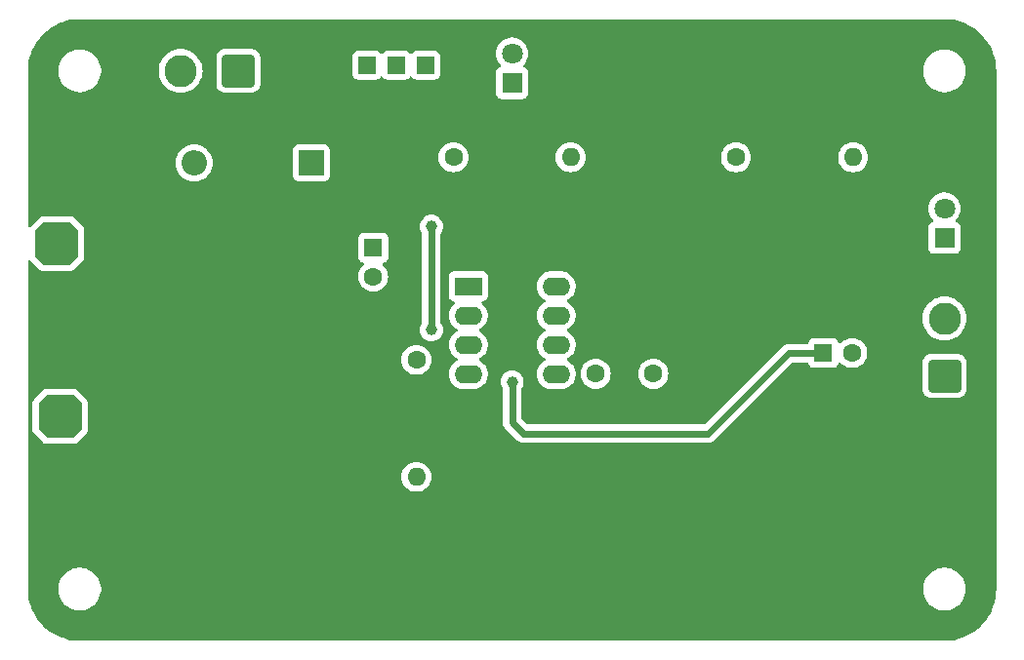
<source format=gbr>
%TF.GenerationSoftware,KiCad,Pcbnew,8.0.8*%
%TF.CreationDate,2025-04-28T20:29:37-04:00*%
%TF.ProjectId,udpudu,75647075-6475-42e6-9b69-6361645f7063,rev?*%
%TF.SameCoordinates,Original*%
%TF.FileFunction,Copper,L1,Top*%
%TF.FilePolarity,Positive*%
%FSLAX46Y46*%
G04 Gerber Fmt 4.6, Leading zero omitted, Abs format (unit mm)*
G04 Created by KiCad (PCBNEW 8.0.8) date 2025-04-28 20:29:37*
%MOMM*%
%LPD*%
G01*
G04 APERTURE LIST*
G04 Aperture macros list*
%AMRoundRect*
0 Rectangle with rounded corners*
0 $1 Rounding radius*
0 $2 $3 $4 $5 $6 $7 $8 $9 X,Y pos of 4 corners*
0 Add a 4 corners polygon primitive as box body*
4,1,4,$2,$3,$4,$5,$6,$7,$8,$9,$2,$3,0*
0 Add four circle primitives for the rounded corners*
1,1,$1+$1,$2,$3*
1,1,$1+$1,$4,$5*
1,1,$1+$1,$6,$7*
1,1,$1+$1,$8,$9*
0 Add four rect primitives between the rounded corners*
20,1,$1+$1,$2,$3,$4,$5,0*
20,1,$1+$1,$4,$5,$6,$7,0*
20,1,$1+$1,$6,$7,$8,$9,0*
20,1,$1+$1,$8,$9,$2,$3,0*%
%AMOutline5P*
0 Free polygon, 5 corners , with rotation*
0 The origin of the aperture is its center*
0 number of corners: always 5*
0 $1 to $10 corner X, Y*
0 $11 Rotation angle, in degrees counterclockwise*
0 create outline with 5 corners*
4,1,5,$1,$2,$3,$4,$5,$6,$7,$8,$9,$10,$1,$2,$11*%
%AMOutline6P*
0 Free polygon, 6 corners , with rotation*
0 The origin of the aperture is its center*
0 number of corners: always 6*
0 $1 to $12 corner X, Y*
0 $13 Rotation angle, in degrees counterclockwise*
0 create outline with 6 corners*
4,1,6,$1,$2,$3,$4,$5,$6,$7,$8,$9,$10,$11,$12,$1,$2,$13*%
%AMOutline7P*
0 Free polygon, 7 corners , with rotation*
0 The origin of the aperture is its center*
0 number of corners: always 7*
0 $1 to $14 corner X, Y*
0 $15 Rotation angle, in degrees counterclockwise*
0 create outline with 7 corners*
4,1,7,$1,$2,$3,$4,$5,$6,$7,$8,$9,$10,$11,$12,$13,$14,$1,$2,$15*%
%AMOutline8P*
0 Free polygon, 8 corners , with rotation*
0 The origin of the aperture is its center*
0 number of corners: always 8*
0 $1 to $16 corner X, Y*
0 $17 Rotation angle, in degrees counterclockwise*
0 create outline with 8 corners*
4,1,8,$1,$2,$3,$4,$5,$6,$7,$8,$9,$10,$11,$12,$13,$14,$15,$16,$1,$2,$17*%
G04 Aperture macros list end*
%TA.AperFunction,ComponentPad*%
%ADD10R,1.800000X1.800000*%
%TD*%
%TA.AperFunction,ComponentPad*%
%ADD11C,1.800000*%
%TD*%
%TA.AperFunction,ComponentPad*%
%ADD12Outline8P,-1.900000X1.140000X-1.140000X1.900000X1.140000X1.900000X1.900000X1.140000X1.900000X-1.140000X1.140000X-1.900000X-1.140000X-1.900000X-1.900000X-1.140000X0.000000*%
%TD*%
%TA.AperFunction,ComponentPad*%
%ADD13RoundRect,0.250001X1.149999X-1.149999X1.149999X1.149999X-1.149999X1.149999X-1.149999X-1.149999X0*%
%TD*%
%TA.AperFunction,ComponentPad*%
%ADD14C,2.800000*%
%TD*%
%TA.AperFunction,ComponentPad*%
%ADD15R,2.200000X2.200000*%
%TD*%
%TA.AperFunction,ComponentPad*%
%ADD16O,2.200000X2.200000*%
%TD*%
%TA.AperFunction,ComponentPad*%
%ADD17R,2.400000X1.600000*%
%TD*%
%TA.AperFunction,ComponentPad*%
%ADD18O,2.400000X1.600000*%
%TD*%
%TA.AperFunction,ComponentPad*%
%ADD19R,1.600000X1.600000*%
%TD*%
%TA.AperFunction,ComponentPad*%
%ADD20C,1.600000*%
%TD*%
%TA.AperFunction,ComponentPad*%
%ADD21R,1.500000X1.500000*%
%TD*%
%TA.AperFunction,ComponentPad*%
%ADD22O,1.600000X1.600000*%
%TD*%
%TA.AperFunction,ComponentPad*%
%ADD23RoundRect,0.250001X1.149999X1.149999X-1.149999X1.149999X-1.149999X-1.149999X1.149999X-1.149999X0*%
%TD*%
%TA.AperFunction,ViaPad*%
%ADD24C,1.000000*%
%TD*%
%TA.AperFunction,Conductor*%
%ADD25C,0.600000*%
%TD*%
G04 APERTURE END LIST*
D10*
%TO.P,D2,1,K*%
%TO.N,GND*%
X130000000Y-69500000D03*
D11*
%TO.P,D2,2,A*%
%TO.N,Net-(D2-A)*%
X130000000Y-66960000D03*
%TD*%
D12*
%TO.P,J3,1,Pin_1*%
%TO.N,Net-(J3-Pin_1)*%
X53310000Y-85000000D03*
%TD*%
%TO.P,J1,1,Pin_1*%
%TO.N,Net-(J1-Pin_1)*%
X53000000Y-70000000D03*
%TD*%
D13*
%TO.P,LS1,1,1*%
%TO.N,Net-(C5-Pad2)*%
X130000000Y-81500000D03*
D14*
%TO.P,LS1,2,2*%
%TO.N,GND*%
X130000000Y-76500000D03*
%TD*%
D10*
%TO.P,D3,1,K*%
%TO.N,GND*%
X92500000Y-56040000D03*
D11*
%TO.P,D3,2,A*%
%TO.N,Net-(D3-A)*%
X92500000Y-53500000D03*
%TD*%
D15*
%TO.P,D1,1,K*%
%TO.N,Net-(D1-K)*%
X75080000Y-63000000D03*
D16*
%TO.P,D1,2,A*%
%TO.N,+9V*%
X64920000Y-63000000D03*
%TD*%
D17*
%TO.P,U1,1,GND*%
%TO.N,GND*%
X88700000Y-73700000D03*
D18*
%TO.P,U1,2,TR*%
%TO.N,Net-(J1-Pin_1)*%
X88700000Y-76240000D03*
%TO.P,U1,3,Q*%
%TO.N,Net-(U1-Q)*%
X88700000Y-78780000D03*
%TO.P,U1,4,R*%
%TO.N,VCC*%
X88700000Y-81320000D03*
%TO.P,U1,5,CV*%
%TO.N,Net-(U1-CV)*%
X96320000Y-81320000D03*
%TO.P,U1,6,THR*%
%TO.N,Net-(J1-Pin_1)*%
X96320000Y-78780000D03*
%TO.P,U1,7,DIS*%
%TO.N,Net-(J3-Pin_1)*%
X96320000Y-76240000D03*
%TO.P,U1,8,VCC*%
%TO.N,VCC*%
X96320000Y-73700000D03*
%TD*%
D19*
%TO.P,C4,1*%
%TO.N,Net-(J1-Pin_1)*%
X80450000Y-70350000D03*
D20*
%TO.P,C4,2*%
%TO.N,GND*%
X80450000Y-72850000D03*
%TD*%
D21*
%TO.P,SW1,1,A*%
%TO.N,unconnected-(SW1-A-Pad1)*%
X79920000Y-54500000D03*
%TO.P,SW1,2,B*%
%TO.N,Net-(D1-K)*%
X82460000Y-54500000D03*
%TO.P,SW1,3,C*%
%TO.N,VCC*%
X85000000Y-54500000D03*
%TD*%
D20*
%TO.P,R2,1*%
%TO.N,VCC*%
X84200000Y-80095000D03*
D22*
%TO.P,R2,2*%
%TO.N,Net-(J3-Pin_1)*%
X84200000Y-90255000D03*
%TD*%
D23*
%TO.P,J2,1,Pin_1*%
%TO.N,GND*%
X68750000Y-55000000D03*
D14*
%TO.P,J2,2,Pin_2*%
%TO.N,+9V*%
X63750000Y-55000000D03*
%TD*%
D20*
%TO.P,R4,1*%
%TO.N,VCC*%
X87420000Y-62500000D03*
D22*
%TO.P,R4,2*%
%TO.N,Net-(D3-A)*%
X97580000Y-62500000D03*
%TD*%
D20*
%TO.P,C3,1*%
%TO.N,Net-(U1-CV)*%
X99750000Y-81300000D03*
%TO.P,C3,2*%
%TO.N,GND*%
X104750000Y-81300000D03*
%TD*%
D19*
%TO.P,C5,1*%
%TO.N,Net-(U1-Q)*%
X119500000Y-79500000D03*
D20*
%TO.P,C5,2*%
%TO.N,Net-(C5-Pad2)*%
X122000000Y-79500000D03*
%TD*%
%TO.P,R3,1*%
%TO.N,Net-(U1-Q)*%
X111920000Y-62500000D03*
D22*
%TO.P,R3,2*%
%TO.N,Net-(D2-A)*%
X122080000Y-62500000D03*
%TD*%
D24*
%TO.N,Net-(U1-Q)*%
X92500000Y-82000000D03*
%TO.N,VCC*%
X85500000Y-77500000D03*
X85500000Y-68500000D03*
%TD*%
D25*
%TO.N,Net-(U1-Q)*%
X92500000Y-85500000D02*
X93500000Y-86500000D01*
X116500000Y-79500000D02*
X119500000Y-79500000D01*
X92500000Y-82000000D02*
X92500000Y-85500000D01*
X109500000Y-86500000D02*
X116500000Y-79500000D01*
X93500000Y-86500000D02*
X109500000Y-86500000D01*
%TO.N,VCC*%
X85500000Y-77500000D02*
X85500000Y-68500000D01*
%TD*%
%TA.AperFunction,NonConductor*%
G36*
X130002702Y-50500617D02*
G01*
X130386771Y-50517386D01*
X130397506Y-50518326D01*
X130775971Y-50568152D01*
X130786597Y-50570025D01*
X131159284Y-50652648D01*
X131169710Y-50655442D01*
X131533765Y-50770227D01*
X131543911Y-50773920D01*
X131896578Y-50920000D01*
X131906369Y-50924566D01*
X132244942Y-51100816D01*
X132254310Y-51106224D01*
X132576244Y-51311318D01*
X132585105Y-51317523D01*
X132887930Y-51549889D01*
X132896217Y-51556843D01*
X133177635Y-51814715D01*
X133185284Y-51822364D01*
X133443156Y-52103782D01*
X133450110Y-52112069D01*
X133682476Y-52414894D01*
X133688681Y-52423755D01*
X133893775Y-52745689D01*
X133899183Y-52755057D01*
X134075430Y-53093623D01*
X134080002Y-53103427D01*
X134226075Y-53456078D01*
X134229775Y-53466244D01*
X134344554Y-53830278D01*
X134347354Y-53840727D01*
X134429971Y-54213389D01*
X134431849Y-54224042D01*
X134481671Y-54602473D01*
X134482614Y-54613249D01*
X134499382Y-54997297D01*
X134499500Y-55002706D01*
X134499500Y-99997293D01*
X134499382Y-100002702D01*
X134482614Y-100386750D01*
X134481671Y-100397526D01*
X134431849Y-100775957D01*
X134429971Y-100786610D01*
X134347354Y-101159272D01*
X134344554Y-101169721D01*
X134229775Y-101533755D01*
X134226075Y-101543921D01*
X134080002Y-101896572D01*
X134075430Y-101906376D01*
X133899183Y-102244942D01*
X133893775Y-102254310D01*
X133688681Y-102576244D01*
X133682476Y-102585105D01*
X133450110Y-102887930D01*
X133443156Y-102896217D01*
X133185284Y-103177635D01*
X133177635Y-103185284D01*
X132896217Y-103443156D01*
X132887930Y-103450110D01*
X132585105Y-103682476D01*
X132576244Y-103688681D01*
X132254310Y-103893775D01*
X132244942Y-103899183D01*
X131906376Y-104075430D01*
X131896572Y-104080002D01*
X131543921Y-104226075D01*
X131533755Y-104229775D01*
X131169721Y-104344554D01*
X131159272Y-104347354D01*
X130786610Y-104429971D01*
X130775957Y-104431849D01*
X130397526Y-104481671D01*
X130386750Y-104482614D01*
X130002703Y-104499382D01*
X129997294Y-104499500D01*
X55002706Y-104499500D01*
X54997297Y-104499382D01*
X54613249Y-104482614D01*
X54602473Y-104481671D01*
X54224042Y-104431849D01*
X54213389Y-104429971D01*
X53840727Y-104347354D01*
X53830278Y-104344554D01*
X53466244Y-104229775D01*
X53456078Y-104226075D01*
X53103427Y-104080002D01*
X53093623Y-104075430D01*
X52755057Y-103899183D01*
X52745689Y-103893775D01*
X52423755Y-103688681D01*
X52414894Y-103682476D01*
X52112069Y-103450110D01*
X52103782Y-103443156D01*
X51822364Y-103185284D01*
X51814715Y-103177635D01*
X51556843Y-102896217D01*
X51549889Y-102887930D01*
X51317523Y-102585105D01*
X51311318Y-102576244D01*
X51106224Y-102254310D01*
X51100816Y-102244942D01*
X50924569Y-101906376D01*
X50919997Y-101896572D01*
X50773920Y-101543911D01*
X50770224Y-101533755D01*
X50655442Y-101169710D01*
X50652648Y-101159284D01*
X50570025Y-100786597D01*
X50568152Y-100775971D01*
X50518326Y-100397506D01*
X50517386Y-100386771D01*
X50500618Y-100002702D01*
X50500500Y-99997293D01*
X50500500Y-99878711D01*
X53149500Y-99878711D01*
X53149500Y-100121288D01*
X53181161Y-100361785D01*
X53243947Y-100596104D01*
X53336773Y-100820205D01*
X53336776Y-100820212D01*
X53458064Y-101030289D01*
X53458066Y-101030292D01*
X53458067Y-101030293D01*
X53605733Y-101222736D01*
X53605739Y-101222743D01*
X53777256Y-101394260D01*
X53777262Y-101394265D01*
X53969711Y-101541936D01*
X54179788Y-101663224D01*
X54403900Y-101756054D01*
X54638211Y-101818838D01*
X54818586Y-101842584D01*
X54878711Y-101850500D01*
X54878712Y-101850500D01*
X55121289Y-101850500D01*
X55169388Y-101844167D01*
X55361789Y-101818838D01*
X55596100Y-101756054D01*
X55820212Y-101663224D01*
X56030289Y-101541936D01*
X56222738Y-101394265D01*
X56394265Y-101222738D01*
X56541936Y-101030289D01*
X56663224Y-100820212D01*
X56756054Y-100596100D01*
X56818838Y-100361789D01*
X56850500Y-100121288D01*
X56850500Y-99878712D01*
X56850500Y-99878711D01*
X128149500Y-99878711D01*
X128149500Y-100121288D01*
X128181161Y-100361785D01*
X128243947Y-100596104D01*
X128336773Y-100820205D01*
X128336776Y-100820212D01*
X128458064Y-101030289D01*
X128458066Y-101030292D01*
X128458067Y-101030293D01*
X128605733Y-101222736D01*
X128605739Y-101222743D01*
X128777256Y-101394260D01*
X128777262Y-101394265D01*
X128969711Y-101541936D01*
X129179788Y-101663224D01*
X129403900Y-101756054D01*
X129638211Y-101818838D01*
X129818586Y-101842584D01*
X129878711Y-101850500D01*
X129878712Y-101850500D01*
X130121289Y-101850500D01*
X130169388Y-101844167D01*
X130361789Y-101818838D01*
X130596100Y-101756054D01*
X130820212Y-101663224D01*
X131030289Y-101541936D01*
X131222738Y-101394265D01*
X131394265Y-101222738D01*
X131541936Y-101030289D01*
X131663224Y-100820212D01*
X131756054Y-100596100D01*
X131818838Y-100361789D01*
X131850500Y-100121288D01*
X131850500Y-99878712D01*
X131818838Y-99638211D01*
X131756054Y-99403900D01*
X131663224Y-99179788D01*
X131541936Y-98969711D01*
X131394265Y-98777262D01*
X131394260Y-98777256D01*
X131222743Y-98605739D01*
X131222736Y-98605733D01*
X131030293Y-98458067D01*
X131030292Y-98458066D01*
X131030289Y-98458064D01*
X130820212Y-98336776D01*
X130820205Y-98336773D01*
X130596104Y-98243947D01*
X130361785Y-98181161D01*
X130121289Y-98149500D01*
X130121288Y-98149500D01*
X129878712Y-98149500D01*
X129878711Y-98149500D01*
X129638214Y-98181161D01*
X129403895Y-98243947D01*
X129179794Y-98336773D01*
X129179785Y-98336777D01*
X128969706Y-98458067D01*
X128777263Y-98605733D01*
X128777256Y-98605739D01*
X128605739Y-98777256D01*
X128605733Y-98777263D01*
X128458067Y-98969706D01*
X128336777Y-99179785D01*
X128336773Y-99179794D01*
X128243947Y-99403895D01*
X128181161Y-99638214D01*
X128149500Y-99878711D01*
X56850500Y-99878711D01*
X56818838Y-99638211D01*
X56756054Y-99403900D01*
X56663224Y-99179788D01*
X56541936Y-98969711D01*
X56394265Y-98777262D01*
X56394260Y-98777256D01*
X56222743Y-98605739D01*
X56222736Y-98605733D01*
X56030293Y-98458067D01*
X56030292Y-98458066D01*
X56030289Y-98458064D01*
X55820212Y-98336776D01*
X55820205Y-98336773D01*
X55596104Y-98243947D01*
X55361785Y-98181161D01*
X55121289Y-98149500D01*
X55121288Y-98149500D01*
X54878712Y-98149500D01*
X54878711Y-98149500D01*
X54638214Y-98181161D01*
X54403895Y-98243947D01*
X54179794Y-98336773D01*
X54179785Y-98336777D01*
X53969706Y-98458067D01*
X53777263Y-98605733D01*
X53777256Y-98605739D01*
X53605739Y-98777256D01*
X53605733Y-98777263D01*
X53458067Y-98969706D01*
X53336777Y-99179785D01*
X53336773Y-99179794D01*
X53243947Y-99403895D01*
X53181161Y-99638214D01*
X53149500Y-99878711D01*
X50500500Y-99878711D01*
X50500500Y-90254998D01*
X82894532Y-90254998D01*
X82894532Y-90255001D01*
X82914364Y-90481686D01*
X82914366Y-90481697D01*
X82973258Y-90701488D01*
X82973261Y-90701497D01*
X83069431Y-90907732D01*
X83069432Y-90907734D01*
X83199954Y-91094141D01*
X83360858Y-91255045D01*
X83360861Y-91255047D01*
X83547266Y-91385568D01*
X83753504Y-91481739D01*
X83973308Y-91540635D01*
X84135230Y-91554801D01*
X84199998Y-91560468D01*
X84200000Y-91560468D01*
X84200002Y-91560468D01*
X84256673Y-91555509D01*
X84426692Y-91540635D01*
X84646496Y-91481739D01*
X84852734Y-91385568D01*
X85039139Y-91255047D01*
X85200047Y-91094139D01*
X85330568Y-90907734D01*
X85426739Y-90701496D01*
X85485635Y-90481692D01*
X85505468Y-90255000D01*
X85485635Y-90028308D01*
X85426739Y-89808504D01*
X85330568Y-89602266D01*
X85200047Y-89415861D01*
X85200045Y-89415858D01*
X85039141Y-89254954D01*
X84852734Y-89124432D01*
X84852732Y-89124431D01*
X84646497Y-89028261D01*
X84646488Y-89028258D01*
X84426697Y-88969366D01*
X84426693Y-88969365D01*
X84426692Y-88969365D01*
X84426691Y-88969364D01*
X84426686Y-88969364D01*
X84200002Y-88949532D01*
X84199998Y-88949532D01*
X83973313Y-88969364D01*
X83973302Y-88969366D01*
X83753511Y-89028258D01*
X83753502Y-89028261D01*
X83547267Y-89124431D01*
X83547265Y-89124432D01*
X83360858Y-89254954D01*
X83199954Y-89415858D01*
X83069432Y-89602265D01*
X83069431Y-89602267D01*
X82973261Y-89808502D01*
X82973258Y-89808511D01*
X82914366Y-90028302D01*
X82914364Y-90028313D01*
X82894532Y-90254998D01*
X50500500Y-90254998D01*
X50500500Y-83819019D01*
X50909500Y-83819019D01*
X50909500Y-86180970D01*
X50920060Y-86265049D01*
X50975136Y-86398015D01*
X50975137Y-86398016D01*
X51027121Y-86464935D01*
X51027127Y-86464941D01*
X51845067Y-87282882D01*
X51845077Y-87282891D01*
X51911982Y-87334863D01*
X51911983Y-87334863D01*
X51911984Y-87334864D01*
X52044950Y-87389940D01*
X52129023Y-87400500D01*
X54490975Y-87400499D01*
X54575050Y-87389940D01*
X54708016Y-87334863D01*
X54774935Y-87282879D01*
X55592884Y-86464931D01*
X55644864Y-86398016D01*
X55699940Y-86265050D01*
X55710500Y-86180977D01*
X55710499Y-83819025D01*
X55699940Y-83734950D01*
X55644863Y-83601984D01*
X55592879Y-83535065D01*
X54774931Y-82717116D01*
X54774930Y-82717115D01*
X54774922Y-82717108D01*
X54708017Y-82665136D01*
X54627272Y-82631691D01*
X54575050Y-82610060D01*
X54490977Y-82599500D01*
X52129029Y-82599500D01*
X52044950Y-82610060D01*
X51911984Y-82665136D01*
X51845065Y-82717121D01*
X51845058Y-82717127D01*
X51027117Y-83535067D01*
X51027108Y-83535077D01*
X50975136Y-83601982D01*
X50920060Y-83734950D01*
X50909500Y-83819019D01*
X50500500Y-83819019D01*
X50500500Y-80094998D01*
X82894532Y-80094998D01*
X82894532Y-80095001D01*
X82914364Y-80321686D01*
X82914366Y-80321697D01*
X82973258Y-80541488D01*
X82973261Y-80541497D01*
X83069431Y-80747732D01*
X83069432Y-80747734D01*
X83199954Y-80934141D01*
X83360858Y-81095045D01*
X83360861Y-81095047D01*
X83547266Y-81225568D01*
X83753504Y-81321739D01*
X83973308Y-81380635D01*
X84135230Y-81394801D01*
X84199998Y-81400468D01*
X84200000Y-81400468D01*
X84200002Y-81400468D01*
X84256673Y-81395509D01*
X84426692Y-81380635D01*
X84646496Y-81321739D01*
X84852734Y-81225568D01*
X85039139Y-81095047D01*
X85200047Y-80934139D01*
X85330568Y-80747734D01*
X85426739Y-80541496D01*
X85485635Y-80321692D01*
X85503154Y-80121446D01*
X85505468Y-80095001D01*
X85505468Y-80094998D01*
X85495280Y-79978555D01*
X85485635Y-79868308D01*
X85426739Y-79648504D01*
X85330568Y-79442266D01*
X85200047Y-79255861D01*
X85200045Y-79255858D01*
X85039141Y-79094954D01*
X84852734Y-78964432D01*
X84852732Y-78964431D01*
X84646497Y-78868261D01*
X84646488Y-78868258D01*
X84426697Y-78809366D01*
X84426693Y-78809365D01*
X84426692Y-78809365D01*
X84426691Y-78809364D01*
X84426686Y-78809364D01*
X84200002Y-78789532D01*
X84199998Y-78789532D01*
X83973313Y-78809364D01*
X83973302Y-78809366D01*
X83753511Y-78868258D01*
X83753502Y-78868261D01*
X83547267Y-78964431D01*
X83547265Y-78964432D01*
X83360858Y-79094954D01*
X83199954Y-79255858D01*
X83069432Y-79442265D01*
X83069431Y-79442267D01*
X82973261Y-79648502D01*
X82973258Y-79648511D01*
X82914366Y-79868302D01*
X82914364Y-79868313D01*
X82894532Y-80094998D01*
X50500500Y-80094998D01*
X50500500Y-72849998D01*
X79144532Y-72849998D01*
X79144532Y-72850001D01*
X79164364Y-73076686D01*
X79164366Y-73076697D01*
X79223258Y-73296488D01*
X79223261Y-73296497D01*
X79319431Y-73502732D01*
X79319432Y-73502734D01*
X79449954Y-73689141D01*
X79610858Y-73850045D01*
X79610861Y-73850047D01*
X79797266Y-73980568D01*
X80003504Y-74076739D01*
X80223308Y-74135635D01*
X80385230Y-74149801D01*
X80449998Y-74155468D01*
X80450000Y-74155468D01*
X80450002Y-74155468D01*
X80506673Y-74150509D01*
X80676692Y-74135635D01*
X80896496Y-74076739D01*
X81102734Y-73980568D01*
X81289139Y-73850047D01*
X81450047Y-73689139D01*
X81580568Y-73502734D01*
X81676739Y-73296496D01*
X81735635Y-73076692D01*
X81755468Y-72850000D01*
X81735635Y-72623308D01*
X81684246Y-72431522D01*
X81676741Y-72403511D01*
X81676738Y-72403502D01*
X81620496Y-72282891D01*
X81580568Y-72197266D01*
X81450047Y-72010861D01*
X81450045Y-72010858D01*
X81292913Y-71853726D01*
X81259428Y-71792403D01*
X81264412Y-71722711D01*
X81306284Y-71666778D01*
X81352078Y-71645368D01*
X81357480Y-71644091D01*
X81357483Y-71644091D01*
X81492331Y-71593796D01*
X81607546Y-71507546D01*
X81693796Y-71392331D01*
X81744091Y-71257483D01*
X81750500Y-71197873D01*
X81750499Y-69502128D01*
X81744091Y-69442517D01*
X81693796Y-69307669D01*
X81693795Y-69307668D01*
X81693793Y-69307664D01*
X81607547Y-69192455D01*
X81607544Y-69192452D01*
X81492335Y-69106206D01*
X81492328Y-69106202D01*
X81357482Y-69055908D01*
X81357483Y-69055908D01*
X81297883Y-69049501D01*
X81297881Y-69049500D01*
X81297873Y-69049500D01*
X81297864Y-69049500D01*
X79602129Y-69049500D01*
X79602123Y-69049501D01*
X79542516Y-69055908D01*
X79407671Y-69106202D01*
X79407664Y-69106206D01*
X79292455Y-69192452D01*
X79292452Y-69192455D01*
X79206206Y-69307664D01*
X79206202Y-69307671D01*
X79155908Y-69442517D01*
X79149501Y-69502116D01*
X79149501Y-69502123D01*
X79149500Y-69502135D01*
X79149500Y-71197870D01*
X79149501Y-71197876D01*
X79155908Y-71257483D01*
X79206202Y-71392328D01*
X79206206Y-71392335D01*
X79292452Y-71507544D01*
X79292455Y-71507547D01*
X79407664Y-71593793D01*
X79407671Y-71593797D01*
X79460927Y-71613660D01*
X79542517Y-71644091D01*
X79542527Y-71644092D01*
X79547913Y-71645365D01*
X79608631Y-71679935D01*
X79641021Y-71741843D01*
X79634799Y-71811435D01*
X79607088Y-71853725D01*
X79449951Y-72010862D01*
X79319432Y-72197265D01*
X79319431Y-72197267D01*
X79223261Y-72403502D01*
X79223258Y-72403511D01*
X79164366Y-72623302D01*
X79164364Y-72623313D01*
X79144532Y-72849998D01*
X50500500Y-72849998D01*
X50500500Y-71547382D01*
X50520185Y-71480343D01*
X50572989Y-71434588D01*
X50642147Y-71424644D01*
X50705703Y-71453669D01*
X50714343Y-71462232D01*
X50714381Y-71462195D01*
X51535067Y-72282882D01*
X51535077Y-72282891D01*
X51601982Y-72334863D01*
X51601983Y-72334863D01*
X51601984Y-72334864D01*
X51734950Y-72389940D01*
X51819023Y-72400500D01*
X54180975Y-72400499D01*
X54265050Y-72389940D01*
X54398016Y-72334863D01*
X54464935Y-72282879D01*
X55282884Y-71464931D01*
X55334864Y-71398016D01*
X55389940Y-71265050D01*
X55400500Y-71180977D01*
X55400499Y-68819025D01*
X55389940Y-68734950D01*
X55334863Y-68601984D01*
X55282879Y-68535065D01*
X55247814Y-68500000D01*
X84494659Y-68500000D01*
X84513975Y-68696129D01*
X84571187Y-68884730D01*
X84659259Y-69049500D01*
X84664090Y-69058538D01*
X84671350Y-69067385D01*
X84698666Y-69131691D01*
X84699500Y-69146052D01*
X84699500Y-76853946D01*
X84679815Y-76920985D01*
X84671355Y-76932609D01*
X84664090Y-76941461D01*
X84664086Y-76941467D01*
X84571188Y-77115266D01*
X84513975Y-77303870D01*
X84494659Y-77500000D01*
X84513975Y-77696129D01*
X84571188Y-77884733D01*
X84664086Y-78058532D01*
X84664090Y-78058539D01*
X84789116Y-78210883D01*
X84941460Y-78335909D01*
X84941467Y-78335913D01*
X85115266Y-78428811D01*
X85115269Y-78428811D01*
X85115273Y-78428814D01*
X85303868Y-78486024D01*
X85500000Y-78505341D01*
X85696132Y-78486024D01*
X85884727Y-78428814D01*
X86058538Y-78335910D01*
X86210883Y-78210883D01*
X86335910Y-78058538D01*
X86382362Y-77971632D01*
X86428811Y-77884733D01*
X86428811Y-77884732D01*
X86428814Y-77884727D01*
X86486024Y-77696132D01*
X86505341Y-77500000D01*
X86486024Y-77303868D01*
X86428814Y-77115273D01*
X86428811Y-77115269D01*
X86428811Y-77115266D01*
X86335913Y-76941467D01*
X86335909Y-76941461D01*
X86328645Y-76932609D01*
X86301333Y-76868299D01*
X86300500Y-76853946D01*
X86300500Y-72852135D01*
X86999500Y-72852135D01*
X86999500Y-74547870D01*
X86999501Y-74547876D01*
X87005908Y-74607483D01*
X87056202Y-74742328D01*
X87056206Y-74742335D01*
X87142452Y-74857544D01*
X87142455Y-74857547D01*
X87257664Y-74943793D01*
X87257671Y-74943797D01*
X87302618Y-74960561D01*
X87392517Y-74994091D01*
X87429441Y-74998060D01*
X87493989Y-75024796D01*
X87533838Y-75082188D01*
X87536333Y-75152013D01*
X87500681Y-75212102D01*
X87489071Y-75221666D01*
X87452784Y-75248030D01*
X87308028Y-75392786D01*
X87187715Y-75558386D01*
X87094781Y-75740776D01*
X87031522Y-75935465D01*
X86999500Y-76137648D01*
X86999500Y-76342351D01*
X87031522Y-76544534D01*
X87094781Y-76739223D01*
X87187715Y-76921613D01*
X87308028Y-77087213D01*
X87452786Y-77231971D01*
X87607749Y-77344556D01*
X87618390Y-77352287D01*
X87709840Y-77398883D01*
X87711080Y-77399515D01*
X87761876Y-77447490D01*
X87778671Y-77515311D01*
X87756134Y-77581446D01*
X87711080Y-77620485D01*
X87618386Y-77667715D01*
X87452786Y-77788028D01*
X87308028Y-77932786D01*
X87187715Y-78098386D01*
X87094781Y-78280776D01*
X87031522Y-78475465D01*
X86999500Y-78677648D01*
X86999500Y-78882351D01*
X87031522Y-79084534D01*
X87094781Y-79279223D01*
X87158691Y-79404653D01*
X87177857Y-79442267D01*
X87187715Y-79461613D01*
X87308028Y-79627213D01*
X87452786Y-79771971D01*
X87603334Y-79881348D01*
X87618390Y-79892287D01*
X87709840Y-79938883D01*
X87711080Y-79939515D01*
X87761876Y-79987490D01*
X87778671Y-80055311D01*
X87756134Y-80121446D01*
X87711080Y-80160485D01*
X87618386Y-80207715D01*
X87452786Y-80328028D01*
X87308028Y-80472786D01*
X87187715Y-80638386D01*
X87094781Y-80820776D01*
X87031522Y-81015465D01*
X87007983Y-81164090D01*
X86999500Y-81217648D01*
X86999500Y-81422352D01*
X87002527Y-81441462D01*
X87031522Y-81624534D01*
X87094781Y-81819223D01*
X87187715Y-82001613D01*
X87308028Y-82167213D01*
X87452786Y-82311971D01*
X87607749Y-82424556D01*
X87618390Y-82432287D01*
X87734607Y-82491503D01*
X87800776Y-82525218D01*
X87800778Y-82525218D01*
X87800781Y-82525220D01*
X87903323Y-82558538D01*
X87995465Y-82588477D01*
X88078850Y-82601684D01*
X88197648Y-82620500D01*
X88197649Y-82620500D01*
X89202351Y-82620500D01*
X89202352Y-82620500D01*
X89404534Y-82588477D01*
X89599219Y-82525220D01*
X89781610Y-82432287D01*
X89874590Y-82364732D01*
X89947213Y-82311971D01*
X89947215Y-82311968D01*
X89947219Y-82311966D01*
X90091966Y-82167219D01*
X90091968Y-82167215D01*
X90091971Y-82167213D01*
X90144732Y-82094590D01*
X90212287Y-82001610D01*
X90213107Y-82000000D01*
X91494659Y-82000000D01*
X91513975Y-82196129D01*
X91571187Y-82384730D01*
X91647093Y-82526739D01*
X91664090Y-82558538D01*
X91671350Y-82567385D01*
X91698666Y-82631691D01*
X91699500Y-82646052D01*
X91699500Y-85578846D01*
X91730261Y-85733489D01*
X91730264Y-85733501D01*
X91790602Y-85879172D01*
X91790609Y-85879185D01*
X91878210Y-86010288D01*
X91878213Y-86010292D01*
X92989707Y-87121786D01*
X92989711Y-87121789D01*
X93120814Y-87209390D01*
X93120818Y-87209392D01*
X93120821Y-87209394D01*
X93266503Y-87269738D01*
X93421153Y-87300499D01*
X93421157Y-87300500D01*
X93421158Y-87300500D01*
X109578844Y-87300500D01*
X109578845Y-87300499D01*
X109733497Y-87269737D01*
X109879179Y-87209394D01*
X110010289Y-87121789D01*
X116795259Y-80336819D01*
X116856582Y-80303334D01*
X116882940Y-80300500D01*
X118083023Y-80300500D01*
X118150062Y-80320185D01*
X118195817Y-80372989D01*
X118203266Y-80400134D01*
X118204124Y-80399932D01*
X118205907Y-80407479D01*
X118256202Y-80542328D01*
X118256206Y-80542335D01*
X118342452Y-80657544D01*
X118342455Y-80657547D01*
X118457664Y-80743793D01*
X118457671Y-80743797D01*
X118592517Y-80794091D01*
X118592516Y-80794091D01*
X118599444Y-80794835D01*
X118652127Y-80800500D01*
X120347872Y-80800499D01*
X120407483Y-80794091D01*
X120542331Y-80743796D01*
X120657546Y-80657546D01*
X120743796Y-80542331D01*
X120794091Y-80407483D01*
X120794092Y-80407472D01*
X120795365Y-80402088D01*
X120829933Y-80341369D01*
X120891841Y-80308978D01*
X120961433Y-80315199D01*
X121003725Y-80342912D01*
X121160858Y-80500045D01*
X121160861Y-80500047D01*
X121347266Y-80630568D01*
X121553504Y-80726739D01*
X121773308Y-80785635D01*
X121935230Y-80799801D01*
X121999998Y-80805468D01*
X122000000Y-80805468D01*
X122000002Y-80805468D01*
X122056807Y-80800498D01*
X122226692Y-80785635D01*
X122446496Y-80726739D01*
X122652734Y-80630568D01*
X122839139Y-80500047D01*
X123000047Y-80339139D01*
X123027463Y-80299984D01*
X128099500Y-80299984D01*
X128099500Y-82700015D01*
X128110000Y-82802795D01*
X128110001Y-82802796D01*
X128165186Y-82969335D01*
X128165187Y-82969337D01*
X128257286Y-83118651D01*
X128257289Y-83118655D01*
X128381344Y-83242710D01*
X128381348Y-83242713D01*
X128530662Y-83334812D01*
X128530664Y-83334813D01*
X128530666Y-83334814D01*
X128697203Y-83389999D01*
X128799992Y-83400500D01*
X128799997Y-83400500D01*
X131200003Y-83400500D01*
X131200008Y-83400500D01*
X131302797Y-83389999D01*
X131469334Y-83334814D01*
X131618655Y-83242711D01*
X131742711Y-83118655D01*
X131834814Y-82969334D01*
X131889999Y-82802797D01*
X131900500Y-82700008D01*
X131900500Y-80299992D01*
X131889999Y-80197203D01*
X131834814Y-80030666D01*
X131824759Y-80014365D01*
X131742713Y-79881348D01*
X131742710Y-79881344D01*
X131618655Y-79757289D01*
X131618651Y-79757286D01*
X131469337Y-79665187D01*
X131469335Y-79665186D01*
X131354739Y-79627213D01*
X131302797Y-79610001D01*
X131302795Y-79610000D01*
X131200015Y-79599500D01*
X131200008Y-79599500D01*
X128799992Y-79599500D01*
X128799984Y-79599500D01*
X128697204Y-79610000D01*
X128697203Y-79610001D01*
X128530664Y-79665186D01*
X128530662Y-79665187D01*
X128381348Y-79757286D01*
X128381344Y-79757289D01*
X128257289Y-79881344D01*
X128257286Y-79881348D01*
X128165187Y-80030662D01*
X128165186Y-80030664D01*
X128110001Y-80197203D01*
X128110000Y-80197204D01*
X128099500Y-80299984D01*
X123027463Y-80299984D01*
X123130568Y-80152734D01*
X123226739Y-79946496D01*
X123285635Y-79726692D01*
X123305468Y-79500000D01*
X123285635Y-79273308D01*
X123226739Y-79053504D01*
X123130568Y-78847266D01*
X123000047Y-78660861D01*
X123000045Y-78660858D01*
X122839141Y-78499954D01*
X122652734Y-78369432D01*
X122652732Y-78369431D01*
X122446497Y-78273261D01*
X122446488Y-78273258D01*
X122226697Y-78214366D01*
X122226693Y-78214365D01*
X122226692Y-78214365D01*
X122226691Y-78214364D01*
X122226686Y-78214364D01*
X122000002Y-78194532D01*
X121999998Y-78194532D01*
X121773313Y-78214364D01*
X121773302Y-78214366D01*
X121553511Y-78273258D01*
X121553502Y-78273261D01*
X121347267Y-78369431D01*
X121347265Y-78369432D01*
X121160862Y-78499951D01*
X121003726Y-78657087D01*
X120942403Y-78690571D01*
X120872711Y-78685587D01*
X120816778Y-78643715D01*
X120795369Y-78597923D01*
X120794091Y-78592518D01*
X120743797Y-78457671D01*
X120743793Y-78457664D01*
X120657547Y-78342455D01*
X120657544Y-78342452D01*
X120542335Y-78256206D01*
X120542328Y-78256202D01*
X120407482Y-78205908D01*
X120407483Y-78205908D01*
X120347883Y-78199501D01*
X120347881Y-78199500D01*
X120347873Y-78199500D01*
X120347864Y-78199500D01*
X118652129Y-78199500D01*
X118652123Y-78199501D01*
X118592516Y-78205908D01*
X118457671Y-78256202D01*
X118457664Y-78256206D01*
X118342455Y-78342452D01*
X118342452Y-78342455D01*
X118256206Y-78457664D01*
X118256202Y-78457671D01*
X118205908Y-78592517D01*
X118204126Y-78600062D01*
X118201853Y-78599525D01*
X118179571Y-78653312D01*
X118122177Y-78693157D01*
X118083024Y-78699500D01*
X116421155Y-78699500D01*
X116266510Y-78730261D01*
X116266498Y-78730264D01*
X116120827Y-78790602D01*
X116120814Y-78790609D01*
X115989711Y-78878210D01*
X115989707Y-78878213D01*
X109204741Y-85663181D01*
X109143418Y-85696666D01*
X109117060Y-85699500D01*
X93882940Y-85699500D01*
X93815901Y-85679815D01*
X93795259Y-85663181D01*
X93336819Y-85204741D01*
X93303334Y-85143418D01*
X93300500Y-85117060D01*
X93300500Y-82646052D01*
X93320185Y-82579013D01*
X93328643Y-82567392D01*
X93335910Y-82558538D01*
X93428814Y-82384727D01*
X93486024Y-82196132D01*
X93505341Y-82000000D01*
X93486024Y-81803868D01*
X93428814Y-81615273D01*
X93428811Y-81615269D01*
X93428811Y-81615266D01*
X93335913Y-81441467D01*
X93335909Y-81441460D01*
X93210883Y-81289116D01*
X93058539Y-81164090D01*
X93058532Y-81164086D01*
X92884733Y-81071188D01*
X92884727Y-81071186D01*
X92696132Y-81013976D01*
X92696129Y-81013975D01*
X92500000Y-80994659D01*
X92303870Y-81013975D01*
X92115266Y-81071188D01*
X91941467Y-81164086D01*
X91941460Y-81164090D01*
X91789116Y-81289116D01*
X91664090Y-81441460D01*
X91664086Y-81441467D01*
X91571188Y-81615266D01*
X91513975Y-81803870D01*
X91494659Y-82000000D01*
X90213107Y-82000000D01*
X90305220Y-81819219D01*
X90368477Y-81624534D01*
X90400500Y-81422352D01*
X90400500Y-81217648D01*
X90392017Y-81164090D01*
X90368477Y-81015465D01*
X90339127Y-80925137D01*
X90305220Y-80820781D01*
X90305218Y-80820778D01*
X90305218Y-80820776D01*
X90257303Y-80726739D01*
X90212287Y-80638390D01*
X90142497Y-80542331D01*
X90091971Y-80472786D01*
X89947213Y-80328028D01*
X89781614Y-80207715D01*
X89706477Y-80169431D01*
X89688917Y-80160483D01*
X89638123Y-80112511D01*
X89621328Y-80044690D01*
X89643865Y-79978555D01*
X89688917Y-79939516D01*
X89781610Y-79892287D01*
X89814623Y-79868302D01*
X89947213Y-79771971D01*
X89947215Y-79771968D01*
X89947219Y-79771966D01*
X90091966Y-79627219D01*
X90091968Y-79627215D01*
X90091971Y-79627213D01*
X90144732Y-79554590D01*
X90212287Y-79461610D01*
X90305220Y-79279219D01*
X90368477Y-79084534D01*
X90400500Y-78882352D01*
X90400500Y-78677648D01*
X90397243Y-78657087D01*
X90368477Y-78475465D01*
X90323133Y-78335913D01*
X90305220Y-78280781D01*
X90305218Y-78280778D01*
X90305218Y-78280776D01*
X90261274Y-78194532D01*
X90212287Y-78098390D01*
X90183329Y-78058532D01*
X90091971Y-77932786D01*
X89947213Y-77788028D01*
X89781614Y-77667715D01*
X89775006Y-77664348D01*
X89688917Y-77620483D01*
X89638123Y-77572511D01*
X89621328Y-77504690D01*
X89643865Y-77438555D01*
X89688917Y-77399516D01*
X89781610Y-77352287D01*
X89865259Y-77291513D01*
X89947213Y-77231971D01*
X89947215Y-77231968D01*
X89947219Y-77231966D01*
X90091966Y-77087219D01*
X90091968Y-77087215D01*
X90091971Y-77087213D01*
X90197860Y-76941467D01*
X90212287Y-76921610D01*
X90305220Y-76739219D01*
X90368477Y-76544534D01*
X90400500Y-76342352D01*
X90400500Y-76137648D01*
X90368477Y-75935466D01*
X90305220Y-75740781D01*
X90305218Y-75740778D01*
X90305218Y-75740776D01*
X90271503Y-75674607D01*
X90212287Y-75558390D01*
X90204556Y-75547749D01*
X90091971Y-75392786D01*
X89947219Y-75248034D01*
X89910930Y-75221669D01*
X89868264Y-75166339D01*
X89862285Y-75096726D01*
X89894890Y-75034931D01*
X89955728Y-75000573D01*
X89970562Y-74998060D01*
X90007483Y-74994091D01*
X90142328Y-74943797D01*
X90142327Y-74943797D01*
X90142331Y-74943796D01*
X90257546Y-74857546D01*
X90343796Y-74742331D01*
X90394091Y-74607483D01*
X90400500Y-74547873D01*
X90400499Y-73597648D01*
X94619500Y-73597648D01*
X94619500Y-73802351D01*
X94651522Y-74004534D01*
X94714781Y-74199223D01*
X94807715Y-74381613D01*
X94928028Y-74547213D01*
X95072786Y-74691971D01*
X95175823Y-74766830D01*
X95238390Y-74812287D01*
X95327212Y-74857544D01*
X95331080Y-74859515D01*
X95381876Y-74907490D01*
X95398671Y-74975311D01*
X95376134Y-75041446D01*
X95331080Y-75080485D01*
X95238386Y-75127715D01*
X95072786Y-75248028D01*
X94928028Y-75392786D01*
X94807715Y-75558386D01*
X94714781Y-75740776D01*
X94651522Y-75935465D01*
X94619500Y-76137648D01*
X94619500Y-76342351D01*
X94651522Y-76544534D01*
X94714781Y-76739223D01*
X94807715Y-76921613D01*
X94928028Y-77087213D01*
X95072786Y-77231971D01*
X95227749Y-77344556D01*
X95238390Y-77352287D01*
X95329840Y-77398883D01*
X95331080Y-77399515D01*
X95381876Y-77447490D01*
X95398671Y-77515311D01*
X95376134Y-77581446D01*
X95331080Y-77620485D01*
X95238386Y-77667715D01*
X95072786Y-77788028D01*
X94928028Y-77932786D01*
X94807715Y-78098386D01*
X94714781Y-78280776D01*
X94651522Y-78475465D01*
X94619500Y-78677648D01*
X94619500Y-78882351D01*
X94651522Y-79084534D01*
X94714781Y-79279223D01*
X94778691Y-79404653D01*
X94797857Y-79442267D01*
X94807715Y-79461613D01*
X94928028Y-79627213D01*
X95072786Y-79771971D01*
X95223334Y-79881348D01*
X95238390Y-79892287D01*
X95329840Y-79938883D01*
X95331080Y-79939515D01*
X95381876Y-79987490D01*
X95398671Y-80055311D01*
X95376134Y-80121446D01*
X95331080Y-80160485D01*
X95238386Y-80207715D01*
X95072786Y-80328028D01*
X94928028Y-80472786D01*
X94807715Y-80638386D01*
X94714781Y-80820776D01*
X94651522Y-81015465D01*
X94627983Y-81164090D01*
X94619500Y-81217648D01*
X94619500Y-81422352D01*
X94622527Y-81441462D01*
X94651522Y-81624534D01*
X94714781Y-81819223D01*
X94807715Y-82001613D01*
X94928028Y-82167213D01*
X95072786Y-82311971D01*
X95227749Y-82424556D01*
X95238390Y-82432287D01*
X95354607Y-82491503D01*
X95420776Y-82525218D01*
X95420778Y-82525218D01*
X95420781Y-82525220D01*
X95523323Y-82558538D01*
X95615465Y-82588477D01*
X95698850Y-82601684D01*
X95817648Y-82620500D01*
X95817649Y-82620500D01*
X96822351Y-82620500D01*
X96822352Y-82620500D01*
X97024534Y-82588477D01*
X97219219Y-82525220D01*
X97401610Y-82432287D01*
X97494590Y-82364732D01*
X97567213Y-82311971D01*
X97567215Y-82311968D01*
X97567219Y-82311966D01*
X97711966Y-82167219D01*
X97711968Y-82167215D01*
X97711971Y-82167213D01*
X97764732Y-82094590D01*
X97832287Y-82001610D01*
X97925220Y-81819219D01*
X97988477Y-81624534D01*
X98020500Y-81422352D01*
X98020500Y-81299998D01*
X98444532Y-81299998D01*
X98444532Y-81300001D01*
X98464364Y-81526686D01*
X98464366Y-81526697D01*
X98523258Y-81746488D01*
X98523261Y-81746497D01*
X98619431Y-81952732D01*
X98619432Y-81952734D01*
X98749954Y-82139141D01*
X98910858Y-82300045D01*
X98910861Y-82300047D01*
X99097266Y-82430568D01*
X99303504Y-82526739D01*
X99523308Y-82585635D01*
X99681786Y-82599500D01*
X99749998Y-82605468D01*
X99750000Y-82605468D01*
X99750002Y-82605468D01*
X99818214Y-82599500D01*
X99976692Y-82585635D01*
X100196496Y-82526739D01*
X100402734Y-82430568D01*
X100589139Y-82300047D01*
X100750047Y-82139139D01*
X100880568Y-81952734D01*
X100976739Y-81746496D01*
X101035635Y-81526692D01*
X101055468Y-81300000D01*
X101055468Y-81299998D01*
X103444532Y-81299998D01*
X103444532Y-81300001D01*
X103464364Y-81526686D01*
X103464366Y-81526697D01*
X103523258Y-81746488D01*
X103523261Y-81746497D01*
X103619431Y-81952732D01*
X103619432Y-81952734D01*
X103749954Y-82139141D01*
X103910858Y-82300045D01*
X103910861Y-82300047D01*
X104097266Y-82430568D01*
X104303504Y-82526739D01*
X104523308Y-82585635D01*
X104681786Y-82599500D01*
X104749998Y-82605468D01*
X104750000Y-82605468D01*
X104750002Y-82605468D01*
X104818214Y-82599500D01*
X104976692Y-82585635D01*
X105196496Y-82526739D01*
X105402734Y-82430568D01*
X105589139Y-82300047D01*
X105750047Y-82139139D01*
X105880568Y-81952734D01*
X105976739Y-81746496D01*
X106035635Y-81526692D01*
X106055468Y-81300000D01*
X106035635Y-81073308D01*
X105976739Y-80853504D01*
X105880568Y-80647266D01*
X105750047Y-80460861D01*
X105750045Y-80460858D01*
X105589141Y-80299954D01*
X105402734Y-80169432D01*
X105402732Y-80169431D01*
X105196497Y-80073261D01*
X105196488Y-80073258D01*
X104976697Y-80014366D01*
X104976693Y-80014365D01*
X104976692Y-80014365D01*
X104976691Y-80014364D01*
X104976686Y-80014364D01*
X104750002Y-79994532D01*
X104749998Y-79994532D01*
X104523313Y-80014364D01*
X104523302Y-80014366D01*
X104303511Y-80073258D01*
X104303502Y-80073261D01*
X104097267Y-80169431D01*
X104097265Y-80169432D01*
X103910858Y-80299954D01*
X103749954Y-80460858D01*
X103619432Y-80647265D01*
X103619431Y-80647267D01*
X103523261Y-80853502D01*
X103523258Y-80853511D01*
X103464366Y-81073302D01*
X103464364Y-81073313D01*
X103444532Y-81299998D01*
X101055468Y-81299998D01*
X101035635Y-81073308D01*
X100976739Y-80853504D01*
X100880568Y-80647266D01*
X100750047Y-80460861D01*
X100750045Y-80460858D01*
X100589141Y-80299954D01*
X100402734Y-80169432D01*
X100402732Y-80169431D01*
X100196497Y-80073261D01*
X100196488Y-80073258D01*
X99976697Y-80014366D01*
X99976693Y-80014365D01*
X99976692Y-80014365D01*
X99976691Y-80014364D01*
X99976686Y-80014364D01*
X99750002Y-79994532D01*
X99749998Y-79994532D01*
X99523313Y-80014364D01*
X99523302Y-80014366D01*
X99303511Y-80073258D01*
X99303502Y-80073261D01*
X99097267Y-80169431D01*
X99097265Y-80169432D01*
X98910858Y-80299954D01*
X98749954Y-80460858D01*
X98619432Y-80647265D01*
X98619431Y-80647267D01*
X98523261Y-80853502D01*
X98523258Y-80853511D01*
X98464366Y-81073302D01*
X98464364Y-81073313D01*
X98444532Y-81299998D01*
X98020500Y-81299998D01*
X98020500Y-81217648D01*
X98012017Y-81164090D01*
X97988477Y-81015465D01*
X97959127Y-80925137D01*
X97925220Y-80820781D01*
X97925218Y-80820778D01*
X97925218Y-80820776D01*
X97877303Y-80726739D01*
X97832287Y-80638390D01*
X97762497Y-80542331D01*
X97711971Y-80472786D01*
X97567213Y-80328028D01*
X97401614Y-80207715D01*
X97326477Y-80169431D01*
X97308917Y-80160483D01*
X97258123Y-80112511D01*
X97241328Y-80044690D01*
X97263865Y-79978555D01*
X97308917Y-79939516D01*
X97401610Y-79892287D01*
X97434623Y-79868302D01*
X97567213Y-79771971D01*
X97567215Y-79771968D01*
X97567219Y-79771966D01*
X97711966Y-79627219D01*
X97711968Y-79627215D01*
X97711971Y-79627213D01*
X97764732Y-79554590D01*
X97832287Y-79461610D01*
X97925220Y-79279219D01*
X97988477Y-79084534D01*
X98020500Y-78882352D01*
X98020500Y-78677648D01*
X98017243Y-78657087D01*
X97988477Y-78475465D01*
X97943133Y-78335913D01*
X97925220Y-78280781D01*
X97925218Y-78280778D01*
X97925218Y-78280776D01*
X97881274Y-78194532D01*
X97832287Y-78098390D01*
X97803329Y-78058532D01*
X97711971Y-77932786D01*
X97567213Y-77788028D01*
X97401614Y-77667715D01*
X97395006Y-77664348D01*
X97308917Y-77620483D01*
X97258123Y-77572511D01*
X97241328Y-77504690D01*
X97263865Y-77438555D01*
X97308917Y-77399516D01*
X97401610Y-77352287D01*
X97485259Y-77291513D01*
X97567213Y-77231971D01*
X97567215Y-77231968D01*
X97567219Y-77231966D01*
X97711966Y-77087219D01*
X97711968Y-77087215D01*
X97711971Y-77087213D01*
X97817860Y-76941467D01*
X97832287Y-76921610D01*
X97925220Y-76739219D01*
X97988477Y-76544534D01*
X97995531Y-76499998D01*
X128094645Y-76499998D01*
X128094645Y-76500001D01*
X128114039Y-76771160D01*
X128114040Y-76771167D01*
X128171823Y-77036793D01*
X128171825Y-77036801D01*
X128201094Y-77115273D01*
X128266830Y-77291519D01*
X128397109Y-77530107D01*
X128397110Y-77530108D01*
X128397113Y-77530113D01*
X128560029Y-77747742D01*
X128560033Y-77747746D01*
X128560038Y-77747752D01*
X128752247Y-77939961D01*
X128752253Y-77939966D01*
X128752258Y-77939971D01*
X128969887Y-78102887D01*
X128969891Y-78102889D01*
X128969892Y-78102890D01*
X129208481Y-78233169D01*
X129208480Y-78233169D01*
X129208484Y-78233170D01*
X129208487Y-78233172D01*
X129463199Y-78328175D01*
X129728840Y-78385961D01*
X129980605Y-78403967D01*
X129999999Y-78405355D01*
X130000000Y-78405355D01*
X130000001Y-78405355D01*
X130018100Y-78404060D01*
X130271160Y-78385961D01*
X130536801Y-78328175D01*
X130791513Y-78233172D01*
X130791517Y-78233169D01*
X130791519Y-78233169D01*
X130910813Y-78168029D01*
X131030113Y-78102887D01*
X131247742Y-77939971D01*
X131439971Y-77747742D01*
X131602887Y-77530113D01*
X131733172Y-77291513D01*
X131828175Y-77036801D01*
X131885961Y-76771160D01*
X131905355Y-76500000D01*
X131885961Y-76228840D01*
X131828175Y-75963199D01*
X131733172Y-75708487D01*
X131733170Y-75708484D01*
X131733169Y-75708480D01*
X131602890Y-75469892D01*
X131602889Y-75469891D01*
X131602887Y-75469887D01*
X131439971Y-75252258D01*
X131439966Y-75252253D01*
X131439961Y-75252247D01*
X131247752Y-75060038D01*
X131247746Y-75060033D01*
X131247742Y-75060029D01*
X131030113Y-74897113D01*
X131030108Y-74897110D01*
X131030107Y-74897109D01*
X130791518Y-74766830D01*
X130791519Y-74766830D01*
X130725826Y-74742328D01*
X130536801Y-74671825D01*
X130536794Y-74671823D01*
X130536793Y-74671823D01*
X130271167Y-74614040D01*
X130271160Y-74614039D01*
X130000001Y-74594645D01*
X129999999Y-74594645D01*
X129728839Y-74614039D01*
X129728832Y-74614040D01*
X129463206Y-74671823D01*
X129463202Y-74671824D01*
X129463199Y-74671825D01*
X129335843Y-74719326D01*
X129208480Y-74766830D01*
X128969892Y-74897109D01*
X128969891Y-74897110D01*
X128752259Y-75060028D01*
X128752247Y-75060038D01*
X128560038Y-75252247D01*
X128560028Y-75252259D01*
X128397110Y-75469891D01*
X128397109Y-75469892D01*
X128266830Y-75708480D01*
X128219326Y-75835843D01*
X128171825Y-75963199D01*
X128171824Y-75963202D01*
X128171823Y-75963206D01*
X128114040Y-76228832D01*
X128114039Y-76228839D01*
X128094645Y-76499998D01*
X97995531Y-76499998D01*
X98020500Y-76342352D01*
X98020500Y-76137648D01*
X97988477Y-75935466D01*
X97925220Y-75740781D01*
X97925218Y-75740778D01*
X97925218Y-75740776D01*
X97891503Y-75674607D01*
X97832287Y-75558390D01*
X97824556Y-75547749D01*
X97711971Y-75392786D01*
X97567213Y-75248028D01*
X97401614Y-75127715D01*
X97395006Y-75124348D01*
X97308917Y-75080483D01*
X97258123Y-75032511D01*
X97241328Y-74964690D01*
X97263865Y-74898555D01*
X97308917Y-74859516D01*
X97401610Y-74812287D01*
X97464177Y-74766830D01*
X97567213Y-74691971D01*
X97567215Y-74691968D01*
X97567219Y-74691966D01*
X97711966Y-74547219D01*
X97711968Y-74547215D01*
X97711971Y-74547213D01*
X97764732Y-74474590D01*
X97832287Y-74381610D01*
X97925220Y-74199219D01*
X97988477Y-74004534D01*
X98020500Y-73802352D01*
X98020500Y-73597648D01*
X97988477Y-73395466D01*
X97925220Y-73200781D01*
X97925218Y-73200778D01*
X97925218Y-73200776D01*
X97891503Y-73134607D01*
X97832287Y-73018390D01*
X97824556Y-73007749D01*
X97711971Y-72852786D01*
X97567213Y-72708028D01*
X97401613Y-72587715D01*
X97401612Y-72587714D01*
X97401610Y-72587713D01*
X97344653Y-72558691D01*
X97219223Y-72494781D01*
X97024534Y-72431522D01*
X96847619Y-72403502D01*
X96822352Y-72399500D01*
X95817648Y-72399500D01*
X95793329Y-72403351D01*
X95615465Y-72431522D01*
X95420776Y-72494781D01*
X95238386Y-72587715D01*
X95072786Y-72708028D01*
X94928028Y-72852786D01*
X94807715Y-73018386D01*
X94714781Y-73200776D01*
X94651522Y-73395465D01*
X94619500Y-73597648D01*
X90400499Y-73597648D01*
X90400499Y-72852128D01*
X90394091Y-72792517D01*
X90343796Y-72657669D01*
X90343795Y-72657668D01*
X90343793Y-72657664D01*
X90257547Y-72542455D01*
X90257544Y-72542452D01*
X90142335Y-72456206D01*
X90142328Y-72456202D01*
X90007482Y-72405908D01*
X90007483Y-72405908D01*
X89947883Y-72399501D01*
X89947881Y-72399500D01*
X89947873Y-72399500D01*
X89947864Y-72399500D01*
X87452129Y-72399500D01*
X87452123Y-72399501D01*
X87392516Y-72405908D01*
X87257671Y-72456202D01*
X87257664Y-72456206D01*
X87142455Y-72542452D01*
X87142452Y-72542455D01*
X87056206Y-72657664D01*
X87056202Y-72657671D01*
X87005908Y-72792517D01*
X86999501Y-72852116D01*
X86999501Y-72852123D01*
X86999500Y-72852135D01*
X86300500Y-72852135D01*
X86300500Y-69146052D01*
X86320185Y-69079013D01*
X86328643Y-69067392D01*
X86335910Y-69058538D01*
X86428814Y-68884727D01*
X86486024Y-68696132D01*
X86505341Y-68500000D01*
X86486024Y-68303868D01*
X86428814Y-68115273D01*
X86428811Y-68115269D01*
X86428811Y-68115266D01*
X86335913Y-67941467D01*
X86335909Y-67941460D01*
X86210883Y-67789116D01*
X86058539Y-67664090D01*
X86058532Y-67664086D01*
X85884733Y-67571188D01*
X85884727Y-67571186D01*
X85696132Y-67513976D01*
X85696129Y-67513975D01*
X85500000Y-67494659D01*
X85303870Y-67513975D01*
X85115266Y-67571188D01*
X84941467Y-67664086D01*
X84941460Y-67664090D01*
X84789116Y-67789116D01*
X84664090Y-67941460D01*
X84664086Y-67941467D01*
X84571188Y-68115266D01*
X84513975Y-68303870D01*
X84494659Y-68500000D01*
X55247814Y-68500000D01*
X54464931Y-67717116D01*
X54464930Y-67717115D01*
X54464922Y-67717108D01*
X54398017Y-67665136D01*
X54310411Y-67628849D01*
X54265050Y-67610060D01*
X54180977Y-67599500D01*
X51819029Y-67599500D01*
X51734950Y-67610060D01*
X51601984Y-67665136D01*
X51535065Y-67717121D01*
X51535058Y-67717127D01*
X50714376Y-68537809D01*
X50713644Y-68537077D01*
X50658349Y-68571906D01*
X50588482Y-68571269D01*
X50530051Y-68532960D01*
X50501606Y-68469143D01*
X50500500Y-68452615D01*
X50500500Y-66959993D01*
X128594700Y-66959993D01*
X128594700Y-66960006D01*
X128613864Y-67191297D01*
X128613866Y-67191308D01*
X128670842Y-67416300D01*
X128764075Y-67628848D01*
X128891016Y-67823147D01*
X128891019Y-67823151D01*
X128891021Y-67823153D01*
X128985803Y-67926114D01*
X129016724Y-67988767D01*
X129008864Y-68058193D01*
X128964716Y-68112348D01*
X128937906Y-68126277D01*
X128857669Y-68156203D01*
X128857664Y-68156206D01*
X128742455Y-68242452D01*
X128742452Y-68242455D01*
X128656206Y-68357664D01*
X128656202Y-68357671D01*
X128605908Y-68492517D01*
X128601335Y-68535058D01*
X128599501Y-68552123D01*
X128599500Y-68552135D01*
X128599500Y-70447870D01*
X128599501Y-70447876D01*
X128605908Y-70507483D01*
X128656202Y-70642328D01*
X128656206Y-70642335D01*
X128742452Y-70757544D01*
X128742455Y-70757547D01*
X128857664Y-70843793D01*
X128857671Y-70843797D01*
X128992517Y-70894091D01*
X128992516Y-70894091D01*
X128999444Y-70894835D01*
X129052127Y-70900500D01*
X130947872Y-70900499D01*
X131007483Y-70894091D01*
X131142331Y-70843796D01*
X131257546Y-70757546D01*
X131343796Y-70642331D01*
X131394091Y-70507483D01*
X131400500Y-70447873D01*
X131400499Y-68552128D01*
X131394091Y-68492517D01*
X131343796Y-68357669D01*
X131343795Y-68357668D01*
X131343793Y-68357664D01*
X131257547Y-68242455D01*
X131257544Y-68242452D01*
X131142335Y-68156206D01*
X131142328Y-68156202D01*
X131062094Y-68126277D01*
X131006160Y-68084406D01*
X130981743Y-68018941D01*
X130996595Y-67950668D01*
X131014190Y-67926121D01*
X131108979Y-67823153D01*
X131235924Y-67628849D01*
X131329157Y-67416300D01*
X131386134Y-67191305D01*
X131405300Y-66960000D01*
X131405300Y-66959993D01*
X131386135Y-66728702D01*
X131386133Y-66728691D01*
X131329157Y-66503699D01*
X131235924Y-66291151D01*
X131108983Y-66096852D01*
X131108980Y-66096849D01*
X131108979Y-66096847D01*
X130951784Y-65926087D01*
X130951779Y-65926083D01*
X130951777Y-65926081D01*
X130768634Y-65783535D01*
X130768628Y-65783531D01*
X130564504Y-65673064D01*
X130564495Y-65673061D01*
X130344984Y-65597702D01*
X130173282Y-65569050D01*
X130116049Y-65559500D01*
X129883951Y-65559500D01*
X129838164Y-65567140D01*
X129655015Y-65597702D01*
X129435504Y-65673061D01*
X129435495Y-65673064D01*
X129231371Y-65783531D01*
X129231365Y-65783535D01*
X129048222Y-65926081D01*
X129048219Y-65926084D01*
X128891016Y-66096852D01*
X128764075Y-66291151D01*
X128670842Y-66503699D01*
X128613866Y-66728691D01*
X128613864Y-66728702D01*
X128594700Y-66959993D01*
X50500500Y-66959993D01*
X50500500Y-63000000D01*
X63314551Y-63000000D01*
X63334317Y-63251151D01*
X63393126Y-63496110D01*
X63489533Y-63728859D01*
X63621160Y-63943653D01*
X63621161Y-63943656D01*
X63621164Y-63943659D01*
X63784776Y-64135224D01*
X63933066Y-64261875D01*
X63976343Y-64298838D01*
X63976346Y-64298839D01*
X64191140Y-64430466D01*
X64423889Y-64526873D01*
X64668852Y-64585683D01*
X64920000Y-64605449D01*
X65171148Y-64585683D01*
X65416111Y-64526873D01*
X65648859Y-64430466D01*
X65863659Y-64298836D01*
X66055224Y-64135224D01*
X66218836Y-63943659D01*
X66350466Y-63728859D01*
X66446873Y-63496111D01*
X66505683Y-63251148D01*
X66525449Y-63000000D01*
X66505683Y-62748852D01*
X66446873Y-62503889D01*
X66351364Y-62273308D01*
X66350466Y-62271140D01*
X66218839Y-62056346D01*
X66218838Y-62056343D01*
X66181875Y-62013066D01*
X66055224Y-61864776D01*
X66040423Y-61852135D01*
X73479500Y-61852135D01*
X73479500Y-64147870D01*
X73479501Y-64147876D01*
X73485908Y-64207483D01*
X73536202Y-64342328D01*
X73536206Y-64342335D01*
X73622452Y-64457544D01*
X73622455Y-64457547D01*
X73737664Y-64543793D01*
X73737671Y-64543797D01*
X73872517Y-64594091D01*
X73872516Y-64594091D01*
X73879444Y-64594835D01*
X73932127Y-64600500D01*
X76227872Y-64600499D01*
X76287483Y-64594091D01*
X76422331Y-64543796D01*
X76537546Y-64457546D01*
X76623796Y-64342331D01*
X76674091Y-64207483D01*
X76680500Y-64147873D01*
X76680499Y-62499998D01*
X86114532Y-62499998D01*
X86114532Y-62500001D01*
X86134364Y-62726686D01*
X86134366Y-62726697D01*
X86193258Y-62946488D01*
X86193261Y-62946497D01*
X86289431Y-63152732D01*
X86289432Y-63152734D01*
X86419954Y-63339141D01*
X86580858Y-63500045D01*
X86580861Y-63500047D01*
X86767266Y-63630568D01*
X86973504Y-63726739D01*
X87193308Y-63785635D01*
X87355230Y-63799801D01*
X87419998Y-63805468D01*
X87420000Y-63805468D01*
X87420002Y-63805468D01*
X87476673Y-63800509D01*
X87646692Y-63785635D01*
X87866496Y-63726739D01*
X88072734Y-63630568D01*
X88259139Y-63500047D01*
X88420047Y-63339139D01*
X88550568Y-63152734D01*
X88646739Y-62946496D01*
X88705635Y-62726692D01*
X88725468Y-62500000D01*
X88725468Y-62499998D01*
X96274532Y-62499998D01*
X96274532Y-62500001D01*
X96294364Y-62726686D01*
X96294366Y-62726697D01*
X96353258Y-62946488D01*
X96353261Y-62946497D01*
X96449431Y-63152732D01*
X96449432Y-63152734D01*
X96579954Y-63339141D01*
X96740858Y-63500045D01*
X96740861Y-63500047D01*
X96927266Y-63630568D01*
X97133504Y-63726739D01*
X97353308Y-63785635D01*
X97515230Y-63799801D01*
X97579998Y-63805468D01*
X97580000Y-63805468D01*
X97580002Y-63805468D01*
X97636673Y-63800509D01*
X97806692Y-63785635D01*
X98026496Y-63726739D01*
X98232734Y-63630568D01*
X98419139Y-63500047D01*
X98580047Y-63339139D01*
X98710568Y-63152734D01*
X98806739Y-62946496D01*
X98865635Y-62726692D01*
X98885468Y-62500000D01*
X98885468Y-62499998D01*
X110614532Y-62499998D01*
X110614532Y-62500001D01*
X110634364Y-62726686D01*
X110634366Y-62726697D01*
X110693258Y-62946488D01*
X110693261Y-62946497D01*
X110789431Y-63152732D01*
X110789432Y-63152734D01*
X110919954Y-63339141D01*
X111080858Y-63500045D01*
X111080861Y-63500047D01*
X111267266Y-63630568D01*
X111473504Y-63726739D01*
X111693308Y-63785635D01*
X111855230Y-63799801D01*
X111919998Y-63805468D01*
X111920000Y-63805468D01*
X111920002Y-63805468D01*
X111976673Y-63800509D01*
X112146692Y-63785635D01*
X112366496Y-63726739D01*
X112572734Y-63630568D01*
X112759139Y-63500047D01*
X112920047Y-63339139D01*
X113050568Y-63152734D01*
X113146739Y-62946496D01*
X113205635Y-62726692D01*
X113225468Y-62500000D01*
X113225468Y-62499998D01*
X120774532Y-62499998D01*
X120774532Y-62500001D01*
X120794364Y-62726686D01*
X120794366Y-62726697D01*
X120853258Y-62946488D01*
X120853261Y-62946497D01*
X120949431Y-63152732D01*
X120949432Y-63152734D01*
X121079954Y-63339141D01*
X121240858Y-63500045D01*
X121240861Y-63500047D01*
X121427266Y-63630568D01*
X121633504Y-63726739D01*
X121853308Y-63785635D01*
X122015230Y-63799801D01*
X122079998Y-63805468D01*
X122080000Y-63805468D01*
X122080002Y-63805468D01*
X122136673Y-63800509D01*
X122306692Y-63785635D01*
X122526496Y-63726739D01*
X122732734Y-63630568D01*
X122919139Y-63500047D01*
X123080047Y-63339139D01*
X123210568Y-63152734D01*
X123306739Y-62946496D01*
X123365635Y-62726692D01*
X123385468Y-62500000D01*
X123365635Y-62273308D01*
X123306739Y-62053504D01*
X123210568Y-61847266D01*
X123080047Y-61660861D01*
X123080045Y-61660858D01*
X122919141Y-61499954D01*
X122732734Y-61369432D01*
X122732732Y-61369431D01*
X122526497Y-61273261D01*
X122526488Y-61273258D01*
X122306697Y-61214366D01*
X122306693Y-61214365D01*
X122306692Y-61214365D01*
X122306691Y-61214364D01*
X122306686Y-61214364D01*
X122080002Y-61194532D01*
X122079998Y-61194532D01*
X121853313Y-61214364D01*
X121853302Y-61214366D01*
X121633511Y-61273258D01*
X121633502Y-61273261D01*
X121427267Y-61369431D01*
X121427265Y-61369432D01*
X121240858Y-61499954D01*
X121079954Y-61660858D01*
X120949432Y-61847265D01*
X120949431Y-61847267D01*
X120853261Y-62053502D01*
X120853258Y-62053511D01*
X120794366Y-62273302D01*
X120794364Y-62273313D01*
X120774532Y-62499998D01*
X113225468Y-62499998D01*
X113205635Y-62273308D01*
X113146739Y-62053504D01*
X113050568Y-61847266D01*
X112920047Y-61660861D01*
X112920045Y-61660858D01*
X112759141Y-61499954D01*
X112572734Y-61369432D01*
X112572732Y-61369431D01*
X112366497Y-61273261D01*
X112366488Y-61273258D01*
X112146697Y-61214366D01*
X112146693Y-61214365D01*
X112146692Y-61214365D01*
X112146691Y-61214364D01*
X112146686Y-61214364D01*
X111920002Y-61194532D01*
X111919998Y-61194532D01*
X111693313Y-61214364D01*
X111693302Y-61214366D01*
X111473511Y-61273258D01*
X111473502Y-61273261D01*
X111267267Y-61369431D01*
X111267265Y-61369432D01*
X111080858Y-61499954D01*
X110919954Y-61660858D01*
X110789432Y-61847265D01*
X110789431Y-61847267D01*
X110693261Y-62053502D01*
X110693258Y-62053511D01*
X110634366Y-62273302D01*
X110634364Y-62273313D01*
X110614532Y-62499998D01*
X98885468Y-62499998D01*
X98865635Y-62273308D01*
X98806739Y-62053504D01*
X98710568Y-61847266D01*
X98580047Y-61660861D01*
X98580045Y-61660858D01*
X98419141Y-61499954D01*
X98232734Y-61369432D01*
X98232732Y-61369431D01*
X98026497Y-61273261D01*
X98026488Y-61273258D01*
X97806697Y-61214366D01*
X97806693Y-61214365D01*
X97806692Y-61214365D01*
X97806691Y-61214364D01*
X97806686Y-61214364D01*
X97580002Y-61194532D01*
X97579998Y-61194532D01*
X97353313Y-61214364D01*
X97353302Y-61214366D01*
X97133511Y-61273258D01*
X97133502Y-61273261D01*
X96927267Y-61369431D01*
X96927265Y-61369432D01*
X96740858Y-61499954D01*
X96579954Y-61660858D01*
X96449432Y-61847265D01*
X96449431Y-61847267D01*
X96353261Y-62053502D01*
X96353258Y-62053511D01*
X96294366Y-62273302D01*
X96294364Y-62273313D01*
X96274532Y-62499998D01*
X88725468Y-62499998D01*
X88705635Y-62273308D01*
X88646739Y-62053504D01*
X88550568Y-61847266D01*
X88420047Y-61660861D01*
X88420045Y-61660858D01*
X88259141Y-61499954D01*
X88072734Y-61369432D01*
X88072732Y-61369431D01*
X87866497Y-61273261D01*
X87866488Y-61273258D01*
X87646697Y-61214366D01*
X87646693Y-61214365D01*
X87646692Y-61214365D01*
X87646691Y-61214364D01*
X87646686Y-61214364D01*
X87420002Y-61194532D01*
X87419998Y-61194532D01*
X87193313Y-61214364D01*
X87193302Y-61214366D01*
X86973511Y-61273258D01*
X86973502Y-61273261D01*
X86767267Y-61369431D01*
X86767265Y-61369432D01*
X86580858Y-61499954D01*
X86419954Y-61660858D01*
X86289432Y-61847265D01*
X86289431Y-61847267D01*
X86193261Y-62053502D01*
X86193258Y-62053511D01*
X86134366Y-62273302D01*
X86134364Y-62273313D01*
X86114532Y-62499998D01*
X76680499Y-62499998D01*
X76680499Y-61852128D01*
X76674091Y-61792517D01*
X76640017Y-61701161D01*
X76623797Y-61657671D01*
X76623793Y-61657664D01*
X76537547Y-61542455D01*
X76537544Y-61542452D01*
X76422335Y-61456206D01*
X76422328Y-61456202D01*
X76287482Y-61405908D01*
X76287483Y-61405908D01*
X76227883Y-61399501D01*
X76227881Y-61399500D01*
X76227873Y-61399500D01*
X76227864Y-61399500D01*
X73932129Y-61399500D01*
X73932123Y-61399501D01*
X73872516Y-61405908D01*
X73737671Y-61456202D01*
X73737664Y-61456206D01*
X73622455Y-61542452D01*
X73622452Y-61542455D01*
X73536206Y-61657664D01*
X73536202Y-61657671D01*
X73485908Y-61792517D01*
X73479501Y-61852116D01*
X73479501Y-61852123D01*
X73479500Y-61852135D01*
X66040423Y-61852135D01*
X65928571Y-61756604D01*
X65863656Y-61701161D01*
X65863653Y-61701160D01*
X65648859Y-61569533D01*
X65416110Y-61473126D01*
X65171151Y-61414317D01*
X64920000Y-61394551D01*
X64668848Y-61414317D01*
X64423889Y-61473126D01*
X64191140Y-61569533D01*
X63976346Y-61701160D01*
X63976343Y-61701161D01*
X63784776Y-61864776D01*
X63621161Y-62056343D01*
X63621160Y-62056346D01*
X63489533Y-62271140D01*
X63393126Y-62503889D01*
X63334317Y-62748848D01*
X63314551Y-63000000D01*
X50500500Y-63000000D01*
X50500500Y-55002706D01*
X50500618Y-54997297D01*
X50504968Y-54897664D01*
X50505795Y-54878711D01*
X53149500Y-54878711D01*
X53149500Y-55121288D01*
X53181161Y-55361785D01*
X53243947Y-55596104D01*
X53324891Y-55791519D01*
X53336776Y-55820212D01*
X53458064Y-56030289D01*
X53458066Y-56030292D01*
X53458067Y-56030293D01*
X53605733Y-56222736D01*
X53605739Y-56222743D01*
X53777256Y-56394260D01*
X53777262Y-56394265D01*
X53969711Y-56541936D01*
X54179788Y-56663224D01*
X54403900Y-56756054D01*
X54638211Y-56818838D01*
X54818586Y-56842584D01*
X54878711Y-56850500D01*
X54878712Y-56850500D01*
X55121289Y-56850500D01*
X55169388Y-56844167D01*
X55361789Y-56818838D01*
X55596100Y-56756054D01*
X55820212Y-56663224D01*
X56030289Y-56541936D01*
X56222738Y-56394265D01*
X56394265Y-56222738D01*
X56541936Y-56030289D01*
X56663224Y-55820212D01*
X56756054Y-55596100D01*
X56818838Y-55361789D01*
X56850500Y-55121288D01*
X56850500Y-54999998D01*
X61844645Y-54999998D01*
X61844645Y-55000001D01*
X61864039Y-55271160D01*
X61864040Y-55271167D01*
X61912151Y-55492331D01*
X61921825Y-55536801D01*
X61980382Y-55693797D01*
X62016830Y-55791519D01*
X62147109Y-56030107D01*
X62147110Y-56030108D01*
X62147113Y-56030113D01*
X62310029Y-56247742D01*
X62310033Y-56247746D01*
X62310038Y-56247752D01*
X62502247Y-56439961D01*
X62502253Y-56439966D01*
X62502258Y-56439971D01*
X62719887Y-56602887D01*
X62719891Y-56602889D01*
X62719892Y-56602890D01*
X62958481Y-56733169D01*
X62958480Y-56733169D01*
X62958484Y-56733170D01*
X62958487Y-56733172D01*
X63213199Y-56828175D01*
X63478840Y-56885961D01*
X63730605Y-56903967D01*
X63749999Y-56905355D01*
X63750000Y-56905355D01*
X63750001Y-56905355D01*
X63768100Y-56904060D01*
X64021160Y-56885961D01*
X64286801Y-56828175D01*
X64541513Y-56733172D01*
X64541517Y-56733169D01*
X64541519Y-56733169D01*
X64751243Y-56618651D01*
X64780113Y-56602887D01*
X64997742Y-56439971D01*
X65189971Y-56247742D01*
X65352887Y-56030113D01*
X65483172Y-55791513D01*
X65578175Y-55536801D01*
X65635961Y-55271160D01*
X65654060Y-55018100D01*
X65655355Y-55000001D01*
X65655355Y-54999998D01*
X65648036Y-54897669D01*
X65635961Y-54728840D01*
X65578175Y-54463199D01*
X65483172Y-54208487D01*
X65483170Y-54208484D01*
X65483169Y-54208480D01*
X65352890Y-53969892D01*
X65352889Y-53969891D01*
X65352887Y-53969887D01*
X65225698Y-53799984D01*
X66849500Y-53799984D01*
X66849500Y-56200015D01*
X66860000Y-56302795D01*
X66860001Y-56302796D01*
X66915186Y-56469335D01*
X66915187Y-56469337D01*
X67007286Y-56618651D01*
X67007289Y-56618655D01*
X67131344Y-56742710D01*
X67131348Y-56742713D01*
X67280662Y-56834812D01*
X67280664Y-56834813D01*
X67280666Y-56834814D01*
X67447203Y-56889999D01*
X67549992Y-56900500D01*
X67549997Y-56900500D01*
X69950003Y-56900500D01*
X69950008Y-56900500D01*
X70052797Y-56889999D01*
X70219334Y-56834814D01*
X70368655Y-56742711D01*
X70492711Y-56618655D01*
X70584814Y-56469334D01*
X70639999Y-56302797D01*
X70650500Y-56200008D01*
X70650500Y-53799992D01*
X70640503Y-53702135D01*
X78669500Y-53702135D01*
X78669500Y-55297870D01*
X78669501Y-55297876D01*
X78675908Y-55357483D01*
X78726202Y-55492328D01*
X78726206Y-55492335D01*
X78812452Y-55607544D01*
X78812455Y-55607547D01*
X78927664Y-55693793D01*
X78927671Y-55693797D01*
X79062517Y-55744091D01*
X79062516Y-55744091D01*
X79069444Y-55744835D01*
X79122127Y-55750500D01*
X80717872Y-55750499D01*
X80777483Y-55744091D01*
X80912331Y-55693796D01*
X81027546Y-55607546D01*
X81090734Y-55523136D01*
X81146667Y-55481267D01*
X81216359Y-55476283D01*
X81277682Y-55509768D01*
X81289260Y-55523130D01*
X81352454Y-55607546D01*
X81398643Y-55642123D01*
X81467664Y-55693793D01*
X81467671Y-55693797D01*
X81602517Y-55744091D01*
X81602516Y-55744091D01*
X81609444Y-55744835D01*
X81662127Y-55750500D01*
X83257872Y-55750499D01*
X83317483Y-55744091D01*
X83452331Y-55693796D01*
X83567546Y-55607546D01*
X83630734Y-55523136D01*
X83686667Y-55481267D01*
X83756359Y-55476283D01*
X83817682Y-55509768D01*
X83829260Y-55523130D01*
X83892454Y-55607546D01*
X83938643Y-55642123D01*
X84007664Y-55693793D01*
X84007671Y-55693797D01*
X84142517Y-55744091D01*
X84142516Y-55744091D01*
X84149444Y-55744835D01*
X84202127Y-55750500D01*
X85797872Y-55750499D01*
X85857483Y-55744091D01*
X85992331Y-55693796D01*
X86107546Y-55607546D01*
X86193796Y-55492331D01*
X86244091Y-55357483D01*
X86250500Y-55297873D01*
X86250499Y-53702128D01*
X86244091Y-53642517D01*
X86230372Y-53605735D01*
X86193797Y-53507671D01*
X86193793Y-53507664D01*
X86188050Y-53499993D01*
X91094700Y-53499993D01*
X91094700Y-53500006D01*
X91113864Y-53731297D01*
X91113866Y-53731308D01*
X91170842Y-53956300D01*
X91264075Y-54168848D01*
X91391016Y-54363147D01*
X91391019Y-54363151D01*
X91391021Y-54363153D01*
X91485803Y-54466114D01*
X91516724Y-54528767D01*
X91508864Y-54598193D01*
X91464716Y-54652348D01*
X91437906Y-54666277D01*
X91357669Y-54696203D01*
X91357664Y-54696206D01*
X91242455Y-54782452D01*
X91242452Y-54782455D01*
X91156206Y-54897664D01*
X91156202Y-54897671D01*
X91105908Y-55032517D01*
X91099501Y-55092116D01*
X91099501Y-55092123D01*
X91099500Y-55092135D01*
X91099500Y-56987870D01*
X91099501Y-56987876D01*
X91105908Y-57047483D01*
X91156202Y-57182328D01*
X91156206Y-57182335D01*
X91242452Y-57297544D01*
X91242455Y-57297547D01*
X91357664Y-57383793D01*
X91357671Y-57383797D01*
X91492517Y-57434091D01*
X91492516Y-57434091D01*
X91499444Y-57434835D01*
X91552127Y-57440500D01*
X93447872Y-57440499D01*
X93507483Y-57434091D01*
X93642331Y-57383796D01*
X93757546Y-57297546D01*
X93843796Y-57182331D01*
X93894091Y-57047483D01*
X93900500Y-56987873D01*
X93900499Y-55092128D01*
X93894091Y-55032517D01*
X93882972Y-55002706D01*
X93843797Y-54897671D01*
X93843793Y-54897664D01*
X93829605Y-54878711D01*
X128149500Y-54878711D01*
X128149500Y-55121288D01*
X128181161Y-55361785D01*
X128243947Y-55596104D01*
X128324891Y-55791519D01*
X128336776Y-55820212D01*
X128458064Y-56030289D01*
X128458066Y-56030292D01*
X128458067Y-56030293D01*
X128605733Y-56222736D01*
X128605739Y-56222743D01*
X128777256Y-56394260D01*
X128777262Y-56394265D01*
X128969711Y-56541936D01*
X129179788Y-56663224D01*
X129403900Y-56756054D01*
X129638211Y-56818838D01*
X129818586Y-56842584D01*
X129878711Y-56850500D01*
X129878712Y-56850500D01*
X130121289Y-56850500D01*
X130169388Y-56844167D01*
X130361789Y-56818838D01*
X130596100Y-56756054D01*
X130820212Y-56663224D01*
X131030289Y-56541936D01*
X131222738Y-56394265D01*
X131394265Y-56222738D01*
X131541936Y-56030289D01*
X131663224Y-55820212D01*
X131756054Y-55596100D01*
X131818838Y-55361789D01*
X131850500Y-55121288D01*
X131850500Y-54878712D01*
X131818838Y-54638211D01*
X131756054Y-54403900D01*
X131663224Y-54179788D01*
X131541936Y-53969711D01*
X131394265Y-53777262D01*
X131394260Y-53777256D01*
X131222743Y-53605739D01*
X131222736Y-53605733D01*
X131030293Y-53458067D01*
X131030292Y-53458066D01*
X131030289Y-53458064D01*
X130820212Y-53336776D01*
X130820205Y-53336773D01*
X130596104Y-53243947D01*
X130361785Y-53181161D01*
X130121289Y-53149500D01*
X130121288Y-53149500D01*
X129878712Y-53149500D01*
X129878711Y-53149500D01*
X129638214Y-53181161D01*
X129403895Y-53243947D01*
X129179794Y-53336773D01*
X129179785Y-53336777D01*
X128969706Y-53458067D01*
X128777263Y-53605733D01*
X128777256Y-53605739D01*
X128605739Y-53777256D01*
X128605733Y-53777263D01*
X128458067Y-53969706D01*
X128458064Y-53969710D01*
X128458064Y-53969711D01*
X128441817Y-53997851D01*
X128336777Y-54179785D01*
X128336773Y-54179794D01*
X128243947Y-54403895D01*
X128181161Y-54638214D01*
X128149500Y-54878711D01*
X93829605Y-54878711D01*
X93757547Y-54782455D01*
X93757544Y-54782452D01*
X93642335Y-54696206D01*
X93642328Y-54696202D01*
X93562094Y-54666277D01*
X93506160Y-54624406D01*
X93481743Y-54558941D01*
X93496595Y-54490668D01*
X93514190Y-54466121D01*
X93608979Y-54363153D01*
X93735924Y-54168849D01*
X93829157Y-53956300D01*
X93886134Y-53731305D01*
X93893491Y-53642516D01*
X93905300Y-53500006D01*
X93905300Y-53499993D01*
X93886135Y-53268702D01*
X93886133Y-53268691D01*
X93829157Y-53043699D01*
X93735924Y-52831151D01*
X93608983Y-52636852D01*
X93608980Y-52636849D01*
X93608979Y-52636847D01*
X93451784Y-52466087D01*
X93451779Y-52466083D01*
X93451777Y-52466081D01*
X93268634Y-52323535D01*
X93268628Y-52323531D01*
X93064504Y-52213064D01*
X93064495Y-52213061D01*
X92844984Y-52137702D01*
X92665650Y-52107777D01*
X92616049Y-52099500D01*
X92383951Y-52099500D01*
X92338164Y-52107140D01*
X92155015Y-52137702D01*
X91935504Y-52213061D01*
X91935495Y-52213064D01*
X91731371Y-52323531D01*
X91731365Y-52323535D01*
X91548222Y-52466081D01*
X91548219Y-52466084D01*
X91391016Y-52636852D01*
X91264075Y-52831151D01*
X91170842Y-53043699D01*
X91113866Y-53268691D01*
X91113864Y-53268702D01*
X91094700Y-53499993D01*
X86188050Y-53499993D01*
X86107547Y-53392455D01*
X86107544Y-53392452D01*
X85992335Y-53306206D01*
X85992328Y-53306202D01*
X85857482Y-53255908D01*
X85857483Y-53255908D01*
X85797883Y-53249501D01*
X85797881Y-53249500D01*
X85797873Y-53249500D01*
X85797864Y-53249500D01*
X84202129Y-53249500D01*
X84202123Y-53249501D01*
X84142516Y-53255908D01*
X84007671Y-53306202D01*
X84007664Y-53306206D01*
X83892455Y-53392452D01*
X83892452Y-53392455D01*
X83829266Y-53476861D01*
X83773332Y-53518732D01*
X83703641Y-53523716D01*
X83642318Y-53490230D01*
X83630734Y-53476861D01*
X83567547Y-53392455D01*
X83567544Y-53392452D01*
X83452335Y-53306206D01*
X83452328Y-53306202D01*
X83317482Y-53255908D01*
X83317483Y-53255908D01*
X83257883Y-53249501D01*
X83257881Y-53249500D01*
X83257873Y-53249500D01*
X83257864Y-53249500D01*
X81662129Y-53249500D01*
X81662123Y-53249501D01*
X81602516Y-53255908D01*
X81467671Y-53306202D01*
X81467664Y-53306206D01*
X81352455Y-53392452D01*
X81352452Y-53392455D01*
X81289266Y-53476861D01*
X81233332Y-53518732D01*
X81163641Y-53523716D01*
X81102318Y-53490230D01*
X81090734Y-53476861D01*
X81027547Y-53392455D01*
X81027544Y-53392452D01*
X80912335Y-53306206D01*
X80912328Y-53306202D01*
X80777482Y-53255908D01*
X80777483Y-53255908D01*
X80717883Y-53249501D01*
X80717881Y-53249500D01*
X80717873Y-53249500D01*
X80717864Y-53249500D01*
X79122129Y-53249500D01*
X79122123Y-53249501D01*
X79062516Y-53255908D01*
X78927671Y-53306202D01*
X78927664Y-53306206D01*
X78812455Y-53392452D01*
X78812452Y-53392455D01*
X78726206Y-53507664D01*
X78726202Y-53507671D01*
X78675908Y-53642517D01*
X78670029Y-53697203D01*
X78669501Y-53702123D01*
X78669500Y-53702135D01*
X70640503Y-53702135D01*
X70639999Y-53697203D01*
X70584814Y-53530666D01*
X70580527Y-53523716D01*
X70492713Y-53381348D01*
X70492710Y-53381344D01*
X70368655Y-53257289D01*
X70368651Y-53257286D01*
X70219337Y-53165187D01*
X70219335Y-53165186D01*
X70136065Y-53137593D01*
X70052797Y-53110001D01*
X70052795Y-53110000D01*
X69950015Y-53099500D01*
X69950008Y-53099500D01*
X67549992Y-53099500D01*
X67549984Y-53099500D01*
X67447204Y-53110000D01*
X67447203Y-53110001D01*
X67280664Y-53165186D01*
X67280662Y-53165187D01*
X67131348Y-53257286D01*
X67131344Y-53257289D01*
X67007289Y-53381344D01*
X67007286Y-53381348D01*
X66915187Y-53530662D01*
X66915186Y-53530664D01*
X66860001Y-53697203D01*
X66860000Y-53697204D01*
X66849500Y-53799984D01*
X65225698Y-53799984D01*
X65189971Y-53752258D01*
X65189966Y-53752253D01*
X65189961Y-53752247D01*
X64997752Y-53560038D01*
X64997746Y-53560033D01*
X64997742Y-53560029D01*
X64780113Y-53397113D01*
X64780108Y-53397110D01*
X64780107Y-53397109D01*
X64541518Y-53266830D01*
X64541519Y-53266830D01*
X64480164Y-53243946D01*
X64286801Y-53171825D01*
X64286794Y-53171823D01*
X64286793Y-53171823D01*
X64021167Y-53114040D01*
X64021160Y-53114039D01*
X63750001Y-53094645D01*
X63749999Y-53094645D01*
X63478839Y-53114039D01*
X63478832Y-53114040D01*
X63213206Y-53171823D01*
X63213202Y-53171824D01*
X63213199Y-53171825D01*
X63085843Y-53219326D01*
X62958480Y-53266830D01*
X62719892Y-53397109D01*
X62719891Y-53397110D01*
X62502259Y-53560028D01*
X62502247Y-53560038D01*
X62310038Y-53752247D01*
X62310028Y-53752259D01*
X62147110Y-53969891D01*
X62147109Y-53969892D01*
X62016830Y-54208480D01*
X62011026Y-54224042D01*
X61921825Y-54463199D01*
X61921824Y-54463202D01*
X61921823Y-54463206D01*
X61864040Y-54728832D01*
X61864039Y-54728839D01*
X61844645Y-54999998D01*
X56850500Y-54999998D01*
X56850500Y-54878712D01*
X56818838Y-54638211D01*
X56756054Y-54403900D01*
X56663224Y-54179788D01*
X56541936Y-53969711D01*
X56394265Y-53777262D01*
X56394260Y-53777256D01*
X56222743Y-53605739D01*
X56222736Y-53605733D01*
X56030293Y-53458067D01*
X56030292Y-53458066D01*
X56030289Y-53458064D01*
X55820212Y-53336776D01*
X55820205Y-53336773D01*
X55596104Y-53243947D01*
X55361785Y-53181161D01*
X55121289Y-53149500D01*
X55121288Y-53149500D01*
X54878712Y-53149500D01*
X54878711Y-53149500D01*
X54638214Y-53181161D01*
X54403895Y-53243947D01*
X54179794Y-53336773D01*
X54179785Y-53336777D01*
X53969706Y-53458067D01*
X53777263Y-53605733D01*
X53777256Y-53605739D01*
X53605739Y-53777256D01*
X53605733Y-53777263D01*
X53458067Y-53969706D01*
X53458064Y-53969710D01*
X53458064Y-53969711D01*
X53441817Y-53997851D01*
X53336777Y-54179785D01*
X53336773Y-54179794D01*
X53243947Y-54403895D01*
X53181161Y-54638214D01*
X53149500Y-54878711D01*
X50505795Y-54878711D01*
X50517386Y-54613226D01*
X50518326Y-54602495D01*
X50568152Y-54224025D01*
X50570025Y-54213405D01*
X50652649Y-53840709D01*
X50655440Y-53830295D01*
X50770230Y-53466227D01*
X50773917Y-53456095D01*
X50920003Y-53103412D01*
X50924561Y-53093638D01*
X51100822Y-52755045D01*
X51106217Y-52745700D01*
X51311325Y-52423744D01*
X51317515Y-52414905D01*
X51549896Y-52112060D01*
X51556834Y-52103791D01*
X51814726Y-51822352D01*
X51822352Y-51814726D01*
X52103791Y-51556834D01*
X52112060Y-51549896D01*
X52414905Y-51317515D01*
X52423744Y-51311325D01*
X52745700Y-51106217D01*
X52755045Y-51100822D01*
X53093638Y-50924561D01*
X53103412Y-50920003D01*
X53456095Y-50773917D01*
X53466227Y-50770230D01*
X53830295Y-50655440D01*
X53840709Y-50652649D01*
X54213405Y-50570025D01*
X54224025Y-50568152D01*
X54602495Y-50518326D01*
X54613226Y-50517386D01*
X54997297Y-50500617D01*
X55002706Y-50500500D01*
X55065892Y-50500500D01*
X129934108Y-50500500D01*
X129997294Y-50500500D01*
X130002702Y-50500617D01*
G37*
%TD.AperFunction*%
M02*

</source>
